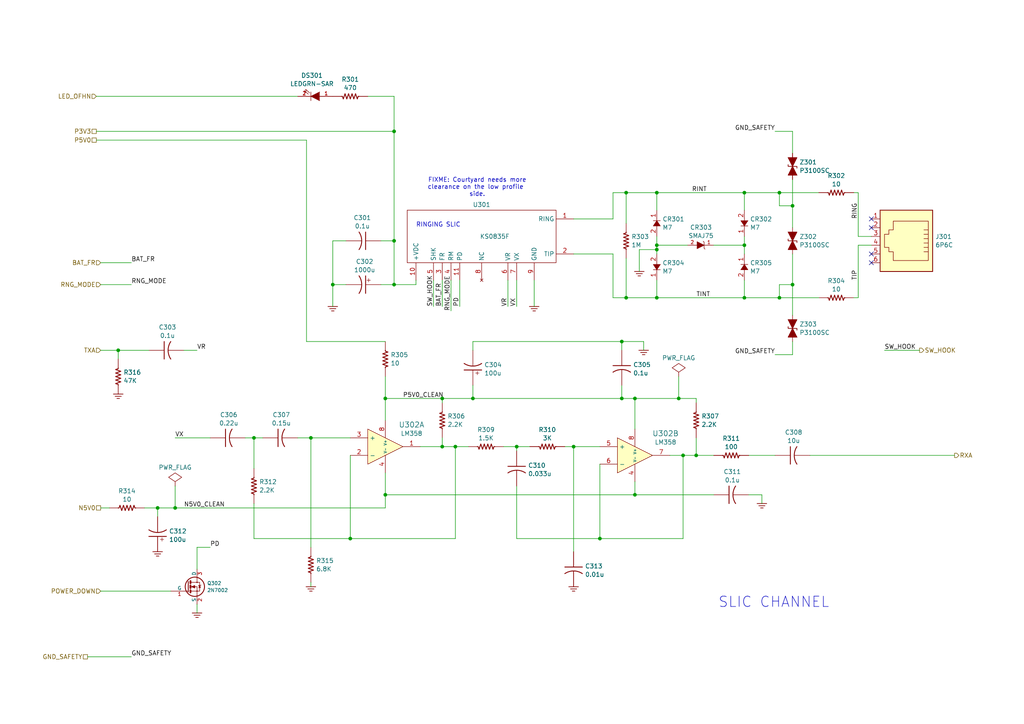
<source format=kicad_sch>
(kicad_sch (version 20231120) (generator "eeschema") (generator_version "8.0")
  (paper "A4")
  (title_block (title "Dual SLIC interface") (date "2024-04-25") (rev "A"))
  (lib_symbols
    (symbol "Connector:6P6C" (pin_names (offset 1.016))
      (property "Reference" "J" (at -5.08 11.43 0))
      (property "Value" "6P6C" (at 2.54 11.43 0))
      (symbol "6P6C_0_1"
        (polyline (pts (xy -6.35 -1.905) (xy -5.08 -1.905) (xy -5.08 -1.905)))
        (polyline (pts (xy -6.35 -0.635) (xy -5.08 -0.635) (xy -5.08 -0.635)))
        (polyline (pts (xy -6.35 0.635) (xy -5.08 0.635) (xy -5.08 0.635)))
        (polyline (pts (xy -6.35 1.905) (xy -5.08 1.905) (xy -5.08 1.905)))
        (polyline (pts (xy -6.35 3.175) (xy -5.08 3.175) (xy -5.08 3.175)))
        (polyline (pts (xy -5.08 4.445) (xy -6.35 4.445) (xy -6.35 4.445)))
        (polyline (pts (xy -6.35 -4.445) (xy -6.35 6.985) (xy 3.81 6.985) (xy 3.81 4.445) (xy 5.08 4.445) (xy 5.08 3.175) (xy 6.35 3.175) (xy 6.35 -0.635) (xy 5.08 -0.635) (xy 5.08 -1.905) (xy 3.81 -1.905) (xy 3.81 -4.445) (xy -6.35 -4.445) (xy -6.35 -4.445)))
        (rectangle (start 7.62 10.16) (end -7.62 -7.62) (stroke (width 0.254)) (fill (type background)))
      )
      (symbol "6P6C_1_1"
        (pin passive line (at 10.16 -5.08 180) (length 2.54) (name "~") (number "1"))
        (pin passive line (at 10.16 -2.54 180) (length 2.54) (name "~") (number "2"))
        (pin passive line (at 10.16 0 180) (length 2.54) (name "~") (number "3"))
        (pin passive line (at 10.16 2.54 180) (length 2.54) (name "~") (number "4"))
        (pin passive line (at 10.16 5.08 180) (length 2.54) (name "~") (number "5"))
        (pin passive line (at 10.16 7.62 180) (length 2.54) (name "~") (number "6"))
      )
    )
    (symbol "custom:2N7002" (pin_names (offset 0))
      (property "Reference" "Q" (at 0 -3.7846 0))
      (property "Value" "2N7002" (at 0 3.81 0))
      (symbol "2N7002_0_1"
        (polyline (pts (xy 0.635 -1.016) (xy 0.635 -1.651)) (stroke (width 0.508)))
        (polyline (pts (xy 0.635 0.381) (xy 0.635 -0.381)) (stroke (width 0.508)))
        (polyline (pts (xy 0.635 1.651) (xy 0.635 1.016)) (stroke (width 0.508)))
        (polyline (pts (xy 3.048 0.381) (xy 2.921 0.254)))
        (polyline (pts (xy 3.048 0.381) (xy 3.556 0.381)))
        (polyline (pts (xy 3.556 0.381) (xy 3.683 0.508)))
        (polyline (pts (xy 0 1.524) (xy 0 -1.524) (xy 0 -1.524)) (stroke (width 0.254)))
        (polyline (pts (xy 0.762 -1.27) (xy 2.54 -1.27) (xy 2.54 -2.54) (xy 2.54 -2.54)))
        (polyline (pts (xy 0.762 1.27) (xy 2.54 1.27) (xy 2.54 2.54) (xy 2.54 2.54)))
        (polyline (pts (xy 2.54 1.27) (xy 3.302 1.27) (xy 3.302 -1.27) (xy 2.54 -1.27)))
        (polyline (pts (xy 3.302 0.381) (xy 3.048 -0.254) (xy 3.556 -0.254) (xy 3.302 0.381)) (fill (type outline)))
        (polyline (pts (xy 0.762 0) (xy 1.27 0) (xy 2.54 0) (xy 2.54 -1.27) (xy 2.54 -1.27)))
        (polyline (pts (xy 0.889 0) (xy 1.905 0.381) (xy 1.905 -0.381) (xy 0.889 0) (xy 1.016 0) (xy 1.016 0)) (fill (type outline)))
        (circle (center 1.905 0) (radius 2.794) (stroke (width 0.254)))
        (circle (center 2.54 -1.27) (radius 0.127))
        (circle (center 2.54 1.27) (radius 0.127))
      )
      (symbol "2N7002_1_1"
        (pin passive line (at -5.08 -1.27 0) (length 5.08) (name "G") (number "1"))
        (pin passive line (at 2.54 -5.08 90) (length 2.54) (name "S") (number "2"))
        (pin passive line (at 2.54 5.08 270) (length 2.54) (name "D") (number "3"))
      )
    )
    (symbol "custom:CP_US" (pin_numbers hide) (pin_names (offset 0.254) hide)
      (property "Reference" "C" (at 1.27 2.54 0))
      (property "Value" "CP_US" (at 1.27 -2.54 0))
      (symbol "CP_US_0_1"
        (polyline (pts (xy -1.778 1.524) (xy -0.762 1.524)) (stroke (width 0.127)))
        (polyline (pts (xy -1.27 1.016) (xy -1.27 2.032)) (stroke (width 0.127)))
        (polyline (pts (xy -2.54 0.635) (xy 2.54 0.635) (xy 2.54 0.635)) (stroke (width 0.254)))
        (arc (start 2.54 -1.27) (mid 0 -0.5009) (end -2.54 -1.27) (stroke (width 0.254)))
      )
      (symbol "CP_US_1_1"
        (pin passive line (at 0 5.08 270) (length 4.445) (name "~") (number "1"))
        (pin passive line (at 0 -5.08 90) (length 4.445) (name "~") (number "2"))
      )
    )
    (symbol "custom:C_US" (pin_numbers hide) (pin_names (offset 0.254) hide)
      (property "Reference" "C" (at 1.27 2.54 0))
      (property "Value" "C_US" (at 1.27 -2.54 0))
      (symbol "C_US_0_1"
        (polyline (pts (xy -2.54 0.635) (xy 2.54 0.635) (xy 2.54 0.635)) (stroke (width 0.254)))
        (arc (start 2.54 -1.27) (mid 0 -0.5009) (end -2.54 -1.27) (stroke (width 0.254)))
      )
      (symbol "C_US_1_1"
        (pin passive line (at 0 5.08 270) (length 4.445) (name "~") (number "1"))
        (pin passive line (at 0 -5.08 90) (length 4.445) (name "~") (number "2"))
      )
    )
    (symbol "custom:C_US_0603_100NF_HS_800063-104" (pin_numbers hide) (pin_names (offset 0.254) hide)
      (property "Reference" "C" (at 1.27 2.54 0))
      (property "Value" "C_US_0603_100NF_HS_800063-104" (at 1.27 -2.54 0))
      (symbol "C_US_0603_100NF_HS_800063-104_0_1"
        (polyline (pts (xy -2.54 0.635) (xy 2.54 0.635) (xy 2.54 0.635)) (stroke (width 0.254)))
        (arc (start 2.54 -1.27) (mid 0 -0.5009) (end -2.54 -1.27) (stroke (width 0.254)))
      )
      (symbol "C_US_0603_100NF_HS_800063-104_1_1"
        (pin passive line (at 0 5.08 270) (length 4.445) (name "~") (number "1"))
        (pin passive line (at 0 -5.08 90) (length 4.445) (name "~") (number "2"))
      )
    )
    (symbol "custom:DIODE" (pin_names (offset 0.254) hide)
      (property "Reference" "CR" (at -2.413 2.667 0))
      (property "Value" "DIODE" (at -3.81 -2.032 0))
      (symbol "DIODE_0_1"
        (polyline (pts (xy -0.762 -1.016) (xy -0.762 1.016)))
        (polyline (pts (xy 0.762 -1.016) (xy -0.762 0) (xy 0.762 1.016) (xy 0.762 -1.016)) (fill (type outline)))
      )
      (symbol "DIODE_1_1"
        (pin passive line (at -3.81 0 0) (length 3.048) (name "K") (number "1"))
        (pin passive line (at 3.81 0 180) (length 3.048) (name "A") (number "2"))
      )
    )
    (symbol "custom:DIODE_ZENER_A2_K1" (pin_names (offset 1.016) hide)
      (property "Reference" "CR" (at 0 2.54 0))
      (property "Value" "DIODE_ZENER_A2_K1" (at 0 -2.54 0))
      (symbol "DIODE_ZENER_A2_K1_0_1"
        (polyline (pts (xy -1.27 1.143) (xy -1.016 0.889) (xy -1.016 -0.889) (xy -0.762 -1.143)))
        (polyline (pts (xy 1.016 1.016) (xy -1.016 0) (xy 1.016 -1.016) (xy 1.016 1.016)) (fill (type outline)))
      )
      (symbol "DIODE_ZENER_A2_K1_1_1"
        (pin passive line (at -3.81 0 0) (length 2.794) (name "K") (number "1"))
        (pin passive line (at 3.81 0 180) (length 2.794) (name "A") (number "2"))
      )
    )
    (symbol "custom:GND" (power) (pin_names (offset 0))
      (symbol "GND_0_1"
        (polyline (pts (xy -1.397 0) (xy 1.397 0)) (stroke (width 0.2032)))
        (polyline (pts (xy -0.889 -0.635) (xy 0.889 -0.635)) (stroke (width 0.2032)))
        (polyline (pts (xy -0.381 -1.27) (xy 0.381 -1.27)) (stroke (width 0.2032)))
      )
      (symbol "GND_1_1"
        (pin power_in line (at 0 0 90) (length 0) hide (name "GND") (number "1"))
      )
    )
    (symbol "custom:KS0835F"
      (property "Reference" "U" (at 0 8.89 0))
      (symbol "KS0835F_0_1"
        (rectangle (start -25.4 7.62) (end 17.78 -7.62))
      )
      (symbol "KS0835F_1_1"
        (pin passive line (at 22.86 5.08 180) (length 5.08) (name "RING") (number "1"))
        (pin passive line (at -22.86 -12.7 90) (length 5.08) (name "+VDC") (number "10"))
        (pin output line (at -10.16 -12.7 90) (length 5.08) (name "PD") (number "11"))
        (pin passive line (at 22.86 -5.08 180) (length 5.08) (name "TIP") (number "2"))
        (pin input line (at -15.24 -12.7 90) (length 5.08) (name "FR") (number "3"))
        (pin input line (at -12.7 -12.7 90) (length 5.08) (name "RM") (number "4"))
        (pin output line (at -17.78 -12.7 90) (length 5.08) (name "SHK") (number "5"))
        (pin passive line (at 3.81 -12.7 90) (length 5.08) (name "VR") (number "6"))
        (pin passive line (at 6.35 -12.7 90) (length 5.08) (name "VX") (number "7"))
        (pin no_connect line (at -3.81 -12.7 90) (length 5.08) (name "NC") (number "8"))
        (pin passive line (at 11.43 -12.7 90) (length 5.08) (name "GND") (number "9"))
      )
    )
    (symbol "custom:LEDGRN-SAR" (pin_names (offset 1.016) hide)
      (property "Reference" "DS" (at 0 2.54 0))
      (property "Value" "LEDGRN-SAR" (at 0 -2.54 0))
      (symbol "LEDGRN-SAR_0_1"
        (polyline (pts (xy 1.27 1.27) (xy 1.27 -1.27)))
        (polyline (pts (xy -1.27 1.27) (xy 1.27 0) (xy -1.27 -1.27)) (fill (type outline)))
        (polyline (pts (xy 1.651 -1.016) (xy 2.794 -2.032) (xy 2.667 -1.397)))
        (polyline (pts (xy 2.032 -0.635) (xy 3.175 -1.651) (xy 3.048 -1.016)))
      )
      (symbol "LEDGRN-SAR_1_1"
        (pin passive line (at -5.08 0 0) (length 3.81) (name "A") (number "1"))
        (pin passive line (at 5.08 0 180) (length 3.81) (name "K") (number "2"))
      )
    )
    (symbol "custom:LM358"
      (property "Reference" "U" (at 2.54 3.81 0))
      (property "Value" "LM358" (at 5.08 -3.81 0))
      (symbol "LM358_0_1"
        (polyline (pts (xy -5.08 5.08) (xy 5.08 0) (xy -5.08 -5.08) (xy -5.08 5.08)) (stroke (width 0.1524)) (fill (type background)))
        (pin power_in line (at 0 -7.62 90) (length 5.08) (name "V-") (number "4"))
        (pin power_in line (at 0 7.62 270) (length 5.08) (name "V+") (number "8"))
      )
      (symbol "LM358_1_1"
        (pin output line (at 10.16 0 180) (length 5.08) (name "~") (number "1"))
        (pin input line (at -10.16 -2.54 0) (length 5.08) (name "-") (number "2"))
        (pin input line (at -10.16 2.54 0) (length 5.08) (name "+") (number "3"))
      )
      (symbol "LM358_2_1"
        (pin input line (at -10.16 2.54 0) (length 5.08) (name "+") (number "5"))
        (pin input line (at -10.16 -2.54 0) (length 5.08) (name "-") (number "6"))
        (pin output line (at 10.16 0 180) (length 5.08) (name "~") (number "7"))
      )
    )
    (symbol "custom:PWR_FLAG" (power) (pin_numbers hide) (pin_names (offset 0) hide)
      (property "Value" "PWR_FLAG" (at 0 4.572 0))
      (symbol "PWR_FLAG_0_0"
        (pin power_out line (at 0 0 90) (length 0) (name "pwr") (number "1"))
      )
      (symbol "PWR_FLAG_0_1"
        (polyline (pts (xy 0 0) (xy 0 1.27) (xy -1.905 2.54) (xy 0 3.81) (xy 1.905 2.54) (xy 0 1.27)))
      )
    )
    (symbol "custom:R_US" (pin_numbers hide) (pin_names (offset 1.016) hide)
      (property "Reference" "R" (at 2.032 0 90))
      (property "Value" "R_US" (at -2.032 0 90))
      (symbol "R_US_0_0"
        (polyline (pts (xy 0 -2.54) (xy 0 -2.54) (xy 0 -2.286) (xy -0.762 -2.032) (xy 0.762 -1.524) (xy -0.762 -1.016) (xy 0.762 -0.508) (xy -0.762 0) (xy 0.762 0.508) (xy -0.762 1.016) (xy 0.762 1.524) (xy -0.762 2.032) (xy 0 2.286) (xy 0 2.54) (xy 0 2.54)) (stroke (width 0.254)))
      )
      (symbol "R_US_1_1"
        (pin passive line (at 0 5.08 270) (length 2.54) (name "~") (number "1"))
        (pin passive line (at 0 -5.08 90) (length 2.54) (name "~") (number "2"))
      )
    )
    (symbol "custom:SMBJ64CA" (pin_numbers hide) (pin_names (offset 1.016) hide)
      (property "Reference" "D" (at 0 2.54 0))
      (property "Value" "SMBJ64CA" (at 0 -2.54 0))
      (symbol "SMBJ64CA_0_1"
        (polyline (pts (xy 1.27 0) (xy -1.27 0)))
        (polyline (pts (xy -2.54 -1.27) (xy 0 0) (xy -2.54 1.27) (xy -2.54 -1.27)) (stroke (width 0.2032)) (fill (type outline)))
        (polyline (pts (xy 0.508 1.27) (xy 0 1.27) (xy 0 -1.27) (xy -0.508 -1.27)) (stroke (width 0.2032)))
        (polyline (pts (xy 2.54 1.27) (xy 2.54 -1.27) (xy 0 0) (xy 2.54 1.27)) (stroke (width 0.2032)) (fill (type outline)))
      )
      (symbol "SMBJ64CA_1_1"
        (pin passive line (at -3.81 0 0) (length 2.54) (name "A1") (number "1"))
        (pin passive line (at 3.81 0 180) (length 2.54) (name "A2") (number "2"))
      )
    )
  )
  (junction (at 111.76 115.57))
  (junction (at 173.99 156.21))
  (junction (at 215.9 55.88))
  (junction (at 128.27 115.57))
  (junction (at 226.06 86.36))
  (junction (at 34.29 101.6))
  (junction (at 180.34 115.57))
  (junction (at 181.61 55.88))
  (junction (at 50.8 147.32))
  (junction (at 137.16 115.57))
  (junction (at 190.5 86.36))
  (junction (at 184.15 115.57))
  (junction (at 215.9 71.12))
  (junction (at 215.9 86.36))
  (junction (at 190.5 72.39))
  (junction (at 45.72 147.32))
  (junction (at 73.66 127))
  (junction (at 96.52 82.55))
  (junction (at 101.6 156.21))
  (junction (at 114.3 82.55))
  (junction (at 184.15 143.51))
  (junction (at 201.93 132.08))
  (junction (at 196.85 115.57))
  (junction (at 90.17 127))
  (junction (at 132.08 129.54))
  (junction (at 229.87 82.55))
  (junction (at 166.37 129.54))
  (junction (at 128.27 129.54))
  (junction (at 114.3 69.85))
  (junction (at 226.06 55.88))
  (junction (at 190.5 71.12))
  (junction (at 114.3 38.1))
  (junction (at 198.12 132.08))
  (junction (at 181.61 86.36))
  (junction (at 180.34 99.06))
  (junction (at 190.5 55.88))
  (junction (at 149.86 129.54))
  (junction (at 229.87 59.69))
  (junction (at 111.76 143.51))
  (no_connect (at 252.73 66.04))
  (no_connect (at 252.73 76.2))
  (no_connect (at 252.73 63.5))
  (no_connect (at 252.73 73.66))
  (wire (pts (xy 229.87 52.07) (xy 229.87 59.69)))
  (wire (pts (xy 100.33 69.85) (xy 96.52 69.85)))
  (wire (pts (xy 29.21 171.45) (xy 49.53 171.45)))
  (wire (pts (xy 184.15 115.57) (xy 180.34 115.57)))
  (wire (pts (xy 137.16 99.06) (xy 180.34 99.06)))
  (wire (pts (xy 215.9 55.88) (xy 215.9 60.96)))
  (wire (pts (xy 25.4 190.5) (xy 38.1 190.5)))
  (wire (pts (xy 215.9 71.12) (xy 215.9 73.66)))
  (wire (pts (xy 186.69 99.06) (xy 180.34 99.06)))
  (wire (pts (xy 45.72 147.32) (xy 50.8 147.32)))
  (wire (pts (xy 190.5 72.39) (xy 185.42 72.39)))
  (wire (pts (xy 111.76 115.57) (xy 111.76 121.92)))
  (wire (pts (xy 53.34 101.6) (xy 57.15 101.6)))
  (wire (pts (xy 201.93 127) (xy 201.93 132.08)))
  (wire (pts (xy 184.15 115.57) (xy 196.85 115.57)))
  (wire (pts (xy 114.3 82.55) (xy 120.65 82.55)))
  (wire (pts (xy 186.69 101.6) (xy 186.69 99.06)))
  (wire (pts (xy 215.9 86.36) (xy 226.06 86.36)))
  (wire (pts (xy 166.37 129.54) (xy 166.37 160.02)))
  (wire (pts (xy 154.94 81.28) (xy 154.94 88.9)))
  (wire (pts (xy 73.66 156.21) (xy 101.6 156.21)))
  (wire (pts (xy 34.29 101.6) (xy 43.18 101.6)))
  (wire (pts (xy 226.06 82.55) (xy 226.06 86.36)))
  (wire (pts (xy 190.5 55.88) (xy 190.5 60.96)))
  (wire (pts (xy 130.81 81.28) (xy 130.81 90.17)))
  (wire (pts (xy 86.36 127) (xy 90.17 127)))
  (wire (pts (xy 147.32 81.28) (xy 147.32 88.9)))
  (wire (pts (xy 110.49 69.85) (xy 114.3 69.85)))
  (wire (pts (xy 220.98 143.51) (xy 220.98 146.05)))
  (wire (pts (xy 34.29 101.6) (xy 34.29 104.14)))
  (wire (pts (xy 248.92 55.88) (xy 248.92 68.58)))
  (wire (pts (xy 73.66 127) (xy 73.66 135.89)))
  (wire (pts (xy 57.15 158.75) (xy 60.96 158.75)))
  (wire (pts (xy 247.65 86.36) (xy 248.92 86.36)))
  (wire (pts (xy 29.21 82.55) (xy 38.1 82.55)))
  (wire (pts (xy 256.54 101.6) (xy 266.7 101.6)))
  (wire (pts (xy 217.17 143.51) (xy 220.98 143.51)))
  (wire (pts (xy 50.8 140.97) (xy 50.8 147.32)))
  (wire (pts (xy 180.34 111.76) (xy 180.34 115.57)))
  (wire (pts (xy 184.15 143.51) (xy 111.76 143.51)))
  (wire (pts (xy 137.16 101.6) (xy 137.16 99.06)))
  (wire (pts (xy 149.86 156.21) (xy 173.99 156.21)))
  (wire (pts (xy 137.16 111.76) (xy 137.16 115.57)))
  (wire (pts (xy 190.5 81.28) (xy 190.5 86.36)))
  (wire (pts (xy 177.8 63.5) (xy 177.8 55.88)))
  (wire (pts (xy 133.35 81.28) (xy 133.35 88.9)))
  (wire (pts (xy 229.87 44.45) (xy 229.87 38.1)))
  (wire (pts (xy 226.06 55.88) (xy 237.49 55.88)))
  (wire (pts (xy 111.76 109.22) (xy 111.76 115.57)))
  (wire (pts (xy 184.15 139.7) (xy 184.15 143.51)))
  (wire (pts (xy 128.27 115.57) (xy 128.27 116.84)))
  (wire (pts (xy 90.17 127) (xy 90.17 158.75)))
  (wire (pts (xy 224.79 102.87) (xy 229.87 102.87)))
  (wire (pts (xy 114.3 27.94) (xy 114.3 38.1)))
  (wire (pts (xy 114.3 69.85) (xy 114.3 38.1)))
  (wire (pts (xy 128.27 81.28) (xy 128.27 88.9)))
  (wire (pts (xy 196.85 115.57) (xy 201.93 115.57)))
  (wire (pts (xy 111.76 143.51) (xy 111.76 147.32)))
  (wire (pts (xy 166.37 73.66) (xy 177.8 73.66)))
  (wire (pts (xy 96.52 82.55) (xy 96.52 88.9)))
  (wire (pts (xy 229.87 82.55) (xy 226.06 82.55)))
  (wire (pts (xy 137.16 115.57) (xy 128.27 115.57)))
  (wire (pts (xy 229.87 99.06) (xy 229.87 102.87)))
  (wire (pts (xy 166.37 129.54) (xy 173.99 129.54)))
  (wire (pts (xy 163.83 129.54) (xy 166.37 129.54)))
  (wire (pts (xy 248.92 68.58) (xy 252.73 68.58)))
  (wire (pts (xy 177.8 73.66) (xy 177.8 86.36)))
  (wire (pts (xy 234.95 132.08) (xy 276.86 132.08)))
  (wire (pts (xy 120.65 82.55) (xy 120.65 81.28)))
  (wire (pts (xy 190.5 55.88) (xy 215.9 55.88)))
  (wire (pts (xy 190.5 72.39) (xy 190.5 73.66)))
  (wire (pts (xy 50.8 147.32) (xy 111.76 147.32)))
  (wire (pts (xy 215.9 68.58) (xy 215.9 71.12)))
  (wire (pts (xy 198.12 132.08) (xy 201.93 132.08)))
  (wire (pts (xy 185.42 72.39) (xy 185.42 78.74)))
  (wire (pts (xy 181.61 74.93) (xy 181.61 86.36)))
  (wire (pts (xy 180.34 99.06) (xy 180.34 101.6)))
  (wire (pts (xy 71.12 127) (xy 73.66 127)))
  (wire (pts (xy 226.06 59.69) (xy 226.06 55.88)))
  (wire (pts (xy 128.27 115.57) (xy 111.76 115.57)))
  (wire (pts (xy 215.9 55.88) (xy 226.06 55.88)))
  (wire (pts (xy 194.31 132.08) (xy 198.12 132.08)))
  (wire (pts (xy 29.21 147.32) (xy 31.75 147.32)))
  (wire (pts (xy 215.9 81.28) (xy 215.9 86.36)))
  (wire (pts (xy 106.68 27.94) (xy 114.3 27.94)))
  (wire (pts (xy 173.99 156.21) (xy 198.12 156.21)))
  (wire (pts (xy 229.87 59.69) (xy 226.06 59.69)))
  (wire (pts (xy 100.33 82.55) (xy 96.52 82.55)))
  (wire (pts (xy 125.73 81.28) (xy 125.73 88.9)))
  (wire (pts (xy 88.9 99.06) (xy 111.76 99.06)))
  (wire (pts (xy 73.66 146.05) (xy 73.66 156.21)))
  (wire (pts (xy 166.37 63.5) (xy 177.8 63.5)))
  (wire (pts (xy 190.5 71.12) (xy 190.5 72.39)))
  (wire (pts (xy 111.76 143.51) (xy 111.76 137.16)))
  (wire (pts (xy 177.8 55.88) (xy 181.61 55.88)))
  (wire (pts (xy 248.92 71.12) (xy 248.92 86.36)))
  (wire (pts (xy 229.87 59.69) (xy 229.87 66.04)))
  (wire (pts (xy 90.17 170.18) (xy 90.17 168.91)))
  (wire (pts (xy 29.21 101.6) (xy 34.29 101.6)))
  (wire (pts (xy 196.85 109.22) (xy 196.85 115.57)))
  (wire (pts (xy 180.34 115.57) (xy 137.16 115.57)))
  (wire (pts (xy 27.94 40.64) (xy 88.9 40.64)))
  (wire (pts (xy 181.61 86.36) (xy 190.5 86.36)))
  (wire (pts (xy 149.86 81.28) (xy 149.86 88.9)))
  (wire (pts (xy 57.15 175.26) (xy 57.15 177.8)))
  (wire (pts (xy 149.86 129.54) (xy 149.86 130.81)))
  (wire (pts (xy 181.61 55.88) (xy 190.5 55.88)))
  (wire (pts (xy 45.72 147.32) (xy 45.72 149.86)))
  (wire (pts (xy 114.3 82.55) (xy 114.3 69.85)))
  (wire (pts (xy 128.27 127) (xy 128.27 129.54)))
  (wire (pts (xy 201.93 115.57) (xy 201.93 116.84)))
  (wire (pts (xy 27.94 38.1) (xy 114.3 38.1)))
  (wire (pts (xy 184.15 124.46) (xy 184.15 115.57)))
  (wire (pts (xy 173.99 134.62) (xy 173.99 156.21)))
  (wire (pts (xy 198.12 132.08) (xy 198.12 156.21)))
  (wire (pts (xy 146.05 129.54) (xy 149.86 129.54)))
  (wire (pts (xy 181.61 55.88) (xy 181.61 64.77)))
  (wire (pts (xy 96.52 69.85) (xy 96.52 82.55)))
  (wire (pts (xy 247.65 55.88) (xy 248.92 55.88)))
  (wire (pts (xy 217.17 132.08) (xy 224.79 132.08)))
  (wire (pts (xy 149.86 129.54) (xy 153.67 129.54)))
  (wire (pts (xy 229.87 82.55) (xy 229.87 91.44)))
  (wire (pts (xy 226.06 86.36) (xy 237.49 86.36)))
  (wire (pts (xy 41.91 147.32) (xy 45.72 147.32)))
  (wire (pts (xy 27.94 27.94) (xy 86.36 27.94)))
  (wire (pts (xy 190.5 71.12) (xy 199.39 71.12)))
  (wire (pts (xy 73.66 127) (xy 76.2 127)))
  (wire (pts (xy 110.49 82.55) (xy 114.3 82.55)))
  (wire (pts (xy 121.92 129.54) (xy 128.27 129.54)))
  (wire (pts (xy 177.8 86.36) (xy 181.61 86.36)))
  (wire (pts (xy 190.5 68.58) (xy 190.5 71.12)))
  (wire (pts (xy 229.87 73.66) (xy 229.87 82.55)))
  (wire (pts (xy 90.17 127) (xy 101.6 127)))
  (wire (pts (xy 50.8 127) (xy 60.96 127)))
  (wire (pts (xy 88.9 99.06) (xy 88.9 40.64)))
  (wire (pts (xy 184.15 143.51) (xy 207.01 143.51)))
  (wire (pts (xy 132.08 129.54) (xy 132.08 156.21)))
  (wire (pts (xy 128.27 129.54) (xy 132.08 129.54)))
  (wire (pts (xy 201.93 132.08) (xy 207.01 132.08)))
  (wire (pts (xy 132.08 129.54) (xy 135.89 129.54)))
  (wire (pts (xy 224.79 38.1) (xy 229.87 38.1)))
  (wire (pts (xy 29.21 76.2) (xy 38.1 76.2)))
  (wire (pts (xy 207.01 71.12) (xy 215.9 71.12)))
  (wire (pts (xy 57.15 165.1) (xy 57.15 158.75)))
  (wire (pts (xy 248.92 71.12) (xy 252.73 71.12)))
  (wire (pts (xy 149.86 156.21) (xy 149.86 140.97)))
  (wire (pts (xy 101.6 132.08) (xy 101.6 156.21)))
  (wire (pts (xy 190.5 86.36) (xy 215.9 86.36)))
  (wire (pts (xy 101.6 156.21) (xy 132.08 156.21)))
  (text "SLIC CHANNEL" (at 208.28 176.53 0) (effects (font (size 3 3)) (justify left bottom)))
  (text "RINGING SLIC" (at 120.65 66.04 0) (effects (font (size 1.27 1.27)) (justify left bottom)))
  (text "FIXME: Courtyard needs more\nclearance on the low profile \nside." (at 138.43 54.356 0) (effects (font (size 1.27 1.27))))
  (label "GND_SAFETY" (at 38.1 190.5 0))
  (label "SW_HOOK" (at 256.54 101.6 0))
  (label "VX" (at 50.8 127 0))
  (label "N5V0_CLEAN" (at 53.34 147.32 0))
  (label "PD" (at 133.35 88.9 90))
  (label "PD" (at 60.96 158.75 0))
  (label "VR" (at 57.15 101.6 0))
  (label "GND_SAFETY" (at 224.79 102.87 180))
  (label "BAT_FR" (at 128.27 88.9 90))
  (label "TINT" (at 201.93 86.36 0))
  (label "SW_HOOK" (at 125.73 88.9 90))
  (label "GND_SAFETY" (at 224.79 38.1 180))
  (label "RNG_MODE" (at 130.81 90.17 90))
  (label "P5V0_CLEAN" (at 116.84 115.57 0))
  (label "RINT" (at 200.66 55.88 0))
  (label "RNG_MODE" (at 38.1 82.55 0))
  (label "VX" (at 149.86 88.9 90))
  (label "TIP" (at 248.92 81.28 90))
  (label "VR" (at 147.32 88.9 90))
  (label "BAT_FR" (at 38.1 76.2 0))
  (label "RING" (at 248.92 63.5 90))
  (hierarchical_label "SW_HOOK" (shape output) (at 266.7 101.6 0))
  (hierarchical_label "LED_OFHN" (shape input) (at 27.94 27.94 180))
  (hierarchical_label "BAT_FR" (shape input) (at 29.21 76.2 180))
  (hierarchical_label "RNG_MODE" (shape input) (at 29.21 82.55 180))
  (hierarchical_label "POWER_DOWN" (shape input) (at 29.21 171.45 180))
  (hierarchical_label "RXA" (shape output) (at 276.86 132.08 0))
  (hierarchical_label "TXA" (shape input) (at 29.21 101.6 180))
  (hierarchical_label "GND_SAFETY" (shape passive) (at 25.4 190.5 180))
  (hierarchical_label "P5V0" (shape passive) (at 27.94 40.64 180))
  (hierarchical_label "P3V3" (shape passive) (at 27.94 38.1 180))
  (hierarchical_label "N5V0" (shape passive) (at 29.21 147.32 180))
  (symbol (lib_id "custom:DIODE_ZENER_A2_K1") (at 203.2 71.12 180) (unit 1)
    (property "Reference" "CR303" (at 203.327 65.9597 0))
    (property "Value" "SMAJ75" (at 203.327 68.3839 0))
    (property "Footprint" "Diode_SMD:D_SMA" (effects (hide yes)))
    (property "PartNumber" "800419-750" (effects (hide yes)))
    (instances (project "dual-slic-interface" (path "" (reference "CR303") (unit 1)) (path "" (reference "CR503") (unit 1))))
  )
  (symbol (lib_id "custom:C_US") (at 229.87 132.08 90) (unit 1)
    (property "Reference" "C308" (at 230.1875 125.3957 90))
    (property "Value" "10u" (at 230.1875 127.8199 90))
    (property "Footprint" "Capacitor_SMD:C_0805_2012Metric" (effects (hide yes)))
    (property "PartNumber" "800003-106" (effects (hide yes)))
    (instances (project "dual-slic-interface" (path "" (reference "C308") (unit 1)) (path "" (reference "C508") (unit 1))))
  )
  (symbol (lib_id "custom:SMBJ64CA") (at 229.87 48.26 90) (unit 1)
    (property "Reference" "Z301" (at 231.8766 47.0479 90) (effects (justify right)))
    (property "Value" "P3100SC" (at 231.8766 49.4721 90) (effects (justify right)))
    (property "Footprint" "Diode_SMD:D_SMB" (effects (hide yes)))
    (property "PartNumber" "800424-350" (effects (hide yes)))
    (instances (project "dual-slic-interface" (path "" (reference "Z301") (unit 1)) (path "" (reference "Z501") (unit 1))))
  )
  (symbol (lib_id "custom:C_US_0603_100NF_HS_800063-104") (at 48.26 101.6 90) (unit 1)
    (property "Reference" "C303" (at 48.5775 94.9157 90))
    (property "Value" "0.1u" (at 48.5775 97.3399 90))
    (property "Footprint" "Capacitor_SMD:C_0603_1608Metric" (effects (hide yes)))
    (property "PartNumber" "800063-104" (effects (hide yes)))
    (instances (project "dual-slic-interface" (path "" (reference "C303") (unit 1)) (path "" (reference "C503") (unit 1))))
  )
  (symbol (lib_id "custom:C_US") (at 66.04 127 90) (unit 1)
    (property "Reference" "C306" (at 66.3575 120.3157 90))
    (property "Value" "0.22u" (at 66.3575 122.7399 90))
    (property "Footprint" "Capacitor_SMD:C_0805_2012Metric" (effects (hide yes)))
    (property "PartNumber" "800423-224" (effects (hide yes)))
    (instances (project "dual-slic-interface" (path "" (reference "C306") (unit 1)) (path "" (reference "C506") (unit 1))))
  )
  (symbol (lib_id "custom:C_US") (at 166.37 165.1 0) (unit 1)
    (property "Reference" "C313" (at 169.672 164.2054 0) (effects (justify left)))
    (property "Value" "0.01u" (at 169.672 166.6296 0) (effects (justify left)))
    (property "Footprint" "Capacitor_SMD:C_0603_1608Metric" (effects (hide yes)))
    (property "PartNumber" "800002-103" (effects (hide yes)))
    (instances (project "dual-slic-interface" (path "" (reference "C313") (unit 1)) (path "" (reference "C513") (unit 1))))
  )
  (symbol (lib_id "custom:R_US") (at 73.66 140.97 0) (unit 1)
    (property "Reference" "R312" (at 75.184 139.7579 0) (effects (justify left)))
    (property "Value" "2.2K" (at 75.184 142.1821 0) (effects (justify left)))
    (property "Footprint" "Resistor_SMD:R_0603_1608Metric" (effects (hide yes)))
    (property "PartNumber" "800022-220" (effects (hide yes)))
    (instances (project "dual-slic-interface" (path "" (reference "R312") (unit 1)) (path "" (reference "R512") (unit 1))))
  )
  (symbol (lib_id "Connector:6P6C") (at 262.89 68.58 180) (unit 1)
    (property "Reference" "J301" (at 271.272 68.6378 0) (effects (justify right)))
    (property "Value" "6P6C" (at 271.272 71.0621 0) (effects (justify right)))
    (property "Footprint" "mods:CONN_4P4C_CONNFLY" (effects (hide yes)))
    (property "Description" "RJ connector, 6P6C (6 positions 6 connected), RJ12/RJ18/RJ25" (effects (hide yes)))
    (property "PartNumber" "800417-104" (effects (hide yes)))
    (instances (project "dual-slic-interface" (path "" (reference "J301") (unit 1)) (path "" (reference "J501") (unit 1))))
  )
  (symbol (lib_id "custom:R_US") (at 242.57 86.36 90) (unit 1)
    (property "Reference" "R304" (at 242.57 81.4537 90))
    (property "Value" "10" (at 242.57 83.8779 90))
    (property "Footprint" "Resistor_SMD:R_1206_3216Metric" (effects (hide yes)))
    (property "PartNumber" "800057-100" (effects (hide yes)))
    (instances (project "dual-slic-interface" (path "" (reference "R304") (unit 1)) (path "" (reference "R504") (unit 1))))
  )
  (symbol (lib_id "custom:LM358") (at 184.15 132.08 0) (unit 2)
    (property "Reference" "U302" (at 193.04 125.73 0) (effects (font (size 1.524 1.524))))
    (property "Value" "LM358" (at 193.04 128.27 0))
    (property "Footprint" "mods:SOIC8N-SAR" (effects (hide yes)))
    (property "PartNumber" "800379-101" (effects (hide yes)))
    (instances (project "dual-slic-interface" (path "" (reference "U302") (unit 2)) (path "" (reference "U502") (unit 2))))
  )
  (symbol (lib_id "custom:CP_US") (at 105.41 82.55 270) (unit 1)
    (property "Reference" "C302" (at 105.7592 75.8657 90))
    (property "Value" "1000u" (at 105.7592 78.2899 90))
    (property "Footprint" "Capacitor_SMD:CP_Elec_8x10.5" (effects (hide yes)))
    (property "PartNumber" "800439-108" (effects (hide yes)))
    (instances (project "dual-slic-interface" (path "" (reference "C302") (unit 1)) (path "" (reference "C502") (unit 1))))
  )
  (symbol (lib_id "custom:GND") (at 166.37 170.18 0) (unit 1)
    (property "Reference" "#PWR0309" (effects (hide yes)))
    (property "Value" "GND" (effects (hide yes)))
    (instances (project "dual-slic-interface" (path "" (reference "#PWR0309") (unit 1)) (path "" (reference "#PWR0509") (unit 1))))
  )
  (symbol (lib_id "custom:R_US") (at 36.83 147.32 270) (unit 1)
    (property "Reference" "R314" (at 36.83 142.4137 90))
    (property "Value" "10" (at 36.83 144.8379 90))
    (property "Footprint" "Resistor_SMD:R_1206_3216Metric" (effects (hide yes)))
    (property "PartNumber" "800057-100" (effects (hide yes)))
    (instances (project "dual-slic-interface" (path "" (reference "R314") (unit 1)) (path "" (reference "R514") (unit 1))))
  )
  (symbol (lib_id "custom:LEDGRN-SAR") (at 91.44 27.94 180) (unit 1)
    (property "Reference" "DS301" (at 90.4875 21.8907 0))
    (property "Value" "LEDGRN-SAR" (at 90.4875 24.3149 0))
    (property "Footprint" "mods:LED0805" (effects (hide yes)))
    (property "PartNumber" "800113-102" (effects (hide yes)))
    (instances (project "dual-slic-interface" (path "" (reference "DS301") (unit 1)) (path "" (reference "DS501") (unit 1))))
  )
  (symbol (lib_id "custom:R_US") (at 128.27 121.92 0) (unit 1)
    (property "Reference" "R306" (at 129.794 120.7079 0) (effects (justify left)))
    (property "Value" "2.2K" (at 129.794 123.1321 0) (effects (justify left)))
    (property "Footprint" "Resistor_SMD:R_0603_1608Metric" (effects (hide yes)))
    (property "PartNumber" "800022-220" (effects (hide yes)))
    (instances (project "dual-slic-interface" (path "" (reference "R306") (unit 1)) (path "" (reference "R506") (unit 1))))
  )
  (symbol (lib_id "custom:GND") (at 154.94 88.9 0) (unit 1)
    (property "Reference" "#PWR0302" (effects (hide yes)))
    (property "Value" "GND" (effects (hide yes)))
    (instances (project "dual-slic-interface" (path "" (reference "#PWR0302") (unit 1)) (path "" (reference "#PWR0502") (unit 1))))
  )
  (symbol (lib_id "custom:R_US") (at 111.76 104.14 180) (unit 1)
    (property "Reference" "R305" (at 113.284 102.9279 0) (effects (justify right)))
    (property "Value" "10" (at 113.284 105.3521 0) (effects (justify right)))
    (property "Footprint" "Resistor_SMD:R_1206_3216Metric" (effects (hide yes)))
    (property "PartNumber" "800057-100" (effects (hide yes)))
    (instances (project "dual-slic-interface" (path "" (reference "R305") (unit 1)) (path "" (reference "R505") (unit 1))))
  )
  (symbol (lib_id "custom:DIODE") (at 190.5 77.47 90) (unit 1)
    (property "Reference" "CR304" (at 192.151 76.2579 90) (effects (justify right)))
    (property "Value" "M7" (at 192.151 78.6821 90) (effects (justify right)))
    (property "Footprint" "Diode_SMD:D_SMA" (effects (hide yes)))
    (property "PartNumber" "800350-101" (effects (hide yes)))
    (instances (project "dual-slic-interface" (path "" (reference "CR304") (unit 1)) (path "" (reference "CR504") (unit 1))))
  )
  (symbol (lib_id "custom:GND") (at 185.42 78.74 0) (unit 1)
    (property "Reference" "#PWR0311" (effects (hide yes)))
    (property "Value" "GND" (effects (hide yes)))
    (instances (project "dual-slic-interface" (path "" (reference "#PWR0311") (unit 1)) (path "" (reference "#PWR0511") (unit 1))))
  )
  (symbol (lib_id "custom:KS0835F") (at 143.51 68.58 0) (unit 1)
    (property "Reference" "U301" (at 139.7 59.3669 0))
    (property "Value" "KS0835F" (at 143.51 68.58 0))
    (property "Footprint" "mods:SLIC_MODULE_KS0835" (effects (hide yes)))
    (property "PartNumber" "800418-101" (effects (hide yes)))
    (instances (project "dual-slic-interface" (path "" (reference "U301") (unit 1)) (path "" (reference "U501") (unit 1))))
  )
  (symbol (lib_id "custom:SMBJ64CA") (at 229.87 69.85 90) (unit 1)
    (property "Reference" "Z302" (at 231.8766 68.6379 90) (effects (justify right)))
    (property "Value" "P3100SC" (at 231.8766 71.0621 90) (effects (justify right)))
    (property "Footprint" "Diode_SMD:D_SMB" (effects (hide yes)))
    (property "PartNumber" "800424-350" (effects (hide yes)))
    (instances (project "dual-slic-interface" (path "" (reference "Z302") (unit 1)) (path "" (reference "Z502") (unit 1))))
  )
  (symbol (lib_id "custom:R_US") (at 181.61 69.85 0) (unit 1)
    (property "Reference" "R303" (at 183.134 68.6379 0) (effects (justify left)))
    (property "Value" "1M" (at 183.134 71.0621 0) (effects (justify left)))
    (property "Footprint" "Resistor_SMD:R_1206_3216Metric" (effects (hide yes)))
    (property "PartNumber" "800057-105" (effects (hide yes)))
    (instances (project "dual-slic-interface" (path "" (reference "R303") (unit 1)) (path "" (reference "R503") (unit 1))))
  )
  (symbol (lib_id "custom:C_US_0603_100NF_HS_800063-104") (at 212.09 143.51 90) (unit 1)
    (property "Reference" "C311" (at 212.4075 136.8257 90))
    (property "Value" "0.1u" (at 212.4075 139.2499 90))
    (property "Footprint" "Capacitor_SMD:C_0603_1608Metric" (effects (hide yes)))
    (property "PartNumber" "800063-104" (effects (hide yes)))
    (instances (project "dual-slic-interface" (path "" (reference "C311") (unit 1)) (path "" (reference "C511") (unit 1))))
  )
  (symbol (lib_id "custom:C_US") (at 149.86 135.89 0) (unit 1)
    (property "Reference" "C310" (at 153.162 134.9954 0) (effects (justify left)))
    (property "Value" "0.033u" (at 153.162 137.4196 0) (effects (justify left)))
    (property "Footprint" "Capacitor_SMD:C_0603_1608Metric" (effects (hide yes)))
    (property "PartNumber" "800422-333" (effects (hide yes)))
    (instances (project "dual-slic-interface" (path "" (reference "C310") (unit 1)) (path "" (reference "C510") (unit 1))))
  )
  (symbol (lib_id "custom:DIODE") (at 215.9 77.47 270) (unit 1)
    (property "Reference" "CR305" (at 217.551 76.2579 90) (effects (justify left)))
    (property "Value" "M7" (at 217.551 78.6821 90) (effects (justify left)))
    (property "Footprint" "Diode_SMD:D_SMA" (effects (hide yes)))
    (property "PartNumber" "800350-101" (effects (hide yes)))
    (instances (project "dual-slic-interface" (path "" (reference "CR305") (unit 1)) (path "" (reference "CR505") (unit 1))))
  )
  (symbol (lib_id "custom:GND") (at 57.15 177.8 0) (unit 1)
    (property "Reference" "#PWR0310" (effects (hide yes)))
    (property "Value" "GND" (effects (hide yes)))
    (instances (project "dual-slic-interface" (path "" (reference "#PWR0310") (unit 1)) (path "" (reference "#PWR0510") (unit 1))))
  )
  (symbol (lib_id "custom:GND") (at 96.52 88.9 0) (unit 1)
    (property "Reference" "#PWR0301" (effects (hide yes)))
    (property "Value" "GND" (effects (hide yes)))
    (instances (project "dual-slic-interface" (path "" (reference "#PWR0301") (unit 1)) (path "" (reference "#PWR0501") (unit 1))))
  )
  (symbol (lib_id "custom:R_US") (at 212.09 132.08 90) (unit 1)
    (property "Reference" "R311" (at 212.09 127.1737 90))
    (property "Value" "100" (at 212.09 129.5979 90))
    (property "Footprint" "Resistor_SMD:R_0603_1608Metric" (effects (hide yes)))
    (property "PartNumber" "800021-100" (effects (hide yes)))
    (instances (project "dual-slic-interface" (path "" (reference "R311") (unit 1)) (path "" (reference "R511") (unit 1))))
  )
  (symbol (lib_id "custom:CP_US") (at 137.16 106.68 180) (unit 1)
    (property "Reference" "C304" (at 140.462 105.8171 0) (effects (justify right)))
    (property "Value" "100u" (at 140.462 108.2413 0) (effects (justify right)))
    (property "Footprint" "Capacitor_SMD:CP_Elec_6.3x7.7" (effects (hide yes)))
    (property "PartNumber" "800421-107" (effects (hide yes)))
    (instances (project "dual-slic-interface" (path "" (reference "C304") (unit 1)) (path "" (reference "C504") (unit 1))))
  )
  (symbol (lib_id "custom:C_US") (at 81.28 127 90) (unit 1)
    (property "Reference" "C307" (at 81.5975 120.3157 90))
    (property "Value" "0.15u" (at 81.5975 122.7399 90))
    (property "Footprint" "Capacitor_SMD:C_0603_1608Metric" (effects (hide yes)))
    (property "PartNumber" "800422-154" (effects (hide yes)))
    (instances (project "dual-slic-interface" (path "" (reference "C307") (unit 1)) (path "" (reference "C507") (unit 1))))
  )
  (symbol (lib_id "custom:LM358") (at 111.76 129.54 0) (unit 1)
    (property "Reference" "U302" (at 119.38 123.19 0) (effects (font (size 1.524 1.524))))
    (property "Value" "LM358" (at 119.38 125.73 0))
    (property "Footprint" "mods:SOIC8N-SAR" (effects (hide yes)))
    (property "PartNumber" "800379-101" (effects (hide yes)))
    (instances (project "dual-slic-interface" (path "" (reference "U302") (unit 1)) (path "" (reference "U502") (unit 1))))
  )
  (symbol (lib_id "custom:GND") (at 90.17 170.18 0) (unit 1)
    (property "Reference" "#PWR0308" (effects (hide yes)))
    (property "Value" "GND" (effects (hide yes)))
    (instances (project "dual-slic-interface" (path "" (reference "#PWR0308") (unit 1)) (path "" (reference "#PWR0508") (unit 1))))
  )
  (symbol (lib_id "custom:C_US_0603_100NF_HS_800063-104") (at 105.41 69.85 270) (unit 1)
    (property "Reference" "C301" (at 105.0925 63.1657 90))
    (property "Value" "0.1u" (at 105.0925 65.5899 90))
    (property "Footprint" "Capacitor_SMD:C_0603_1608Metric" (effects (hide yes)))
    (property "PartNumber" "800063-104" (effects (hide yes)))
    (instances (project "dual-slic-interface" (path "" (reference "C301") (unit 1)) (path "" (reference "C501") (unit 1))))
  )
  (symbol (lib_id "custom:2N7002") (at 54.61 170.18 0) (unit 1)
    (property "Reference" "Q302" (at 60.071 169.1723 0) (effects (font (size 1.016 1.016)) (justify left)))
    (property "Value" "2N7002" (at 60.071 171.1877 0) (effects (font (size 1.016 1.016)) (justify left)))
    (property "Footprint" "Package_TO_SOT_SMD:SOT-23-3" (effects (hide yes)))
    (property "PartNumber" "800346-101" (effects (hide yes)))
    (instances (project "dual-slic-interface" (path "" (reference "Q302") (unit 1)) (path "" (reference "Q502") (unit 1))))
  )
  (symbol (lib_id "custom:R_US") (at 242.57 55.88 90) (unit 1)
    (property "Reference" "R302" (at 242.57 50.9737 90))
    (property "Value" "10" (at 242.57 53.3979 90))
    (property "Footprint" "Resistor_SMD:R_1206_3216Metric" (effects (hide yes)))
    (property "PartNumber" "800057-100" (effects (hide yes)))
    (instances (project "dual-slic-interface" (path "" (reference "R302") (unit 1)) (path "" (reference "R502") (unit 1))))
  )
  (symbol (lib_id "custom:GND") (at 186.69 101.6 0) (unit 1)
    (property "Reference" "#PWR0303" (effects (hide yes)))
    (property "Value" "GND" (effects (hide yes)))
    (instances (project "dual-slic-interface" (path "" (reference "#PWR0303") (unit 1)) (path "" (reference "#PWR0503") (unit 1))))
  )
  (symbol (lib_id "custom:R_US") (at 90.17 163.83 0) (unit 1)
    (property "Reference" "R315" (at 91.694 162.6179 0) (effects (justify left)))
    (property "Value" "6.8K" (at 91.694 165.0421 0) (effects (justify left)))
    (property "Footprint" "Resistor_SMD:R_0603_1608Metric" (effects (hide yes)))
    (property "PartNumber" "800022-680" (effects (hide yes)))
    (instances (project "dual-slic-interface" (path "" (reference "R315") (unit 1)) (path "" (reference "R515") (unit 1))))
  )
  (symbol (lib_id "custom:DIODE") (at 215.9 64.77 90) (unit 1)
    (property "Reference" "CR302" (at 217.551 63.5579 90) (effects (justify right)))
    (property "Value" "M7" (at 217.551 65.9821 90) (effects (justify right)))
    (property "Footprint" "Diode_SMD:D_SMA" (effects (hide yes)))
    (property "PartNumber" "800350-101" (effects (hide yes)))
    (instances (project "dual-slic-interface" (path "" (reference "CR302") (unit 1)) (path "" (reference "CR502") (unit 1))))
  )
  (symbol (lib_id "custom:GND") (at 220.98 146.05 0) (unit 1)
    (property "Reference" "#PWR0304" (effects (hide yes)))
    (property "Value" "GND" (effects (hide yes)))
    (instances (project "dual-slic-interface" (path "" (reference "#PWR0304") (unit 1)) (path "" (reference "#PWR0504") (unit 1))))
  )
  (symbol (lib_id "custom:C_US_0603_100NF_HS_800063-104") (at 180.34 106.68 0) (unit 1)
    (property "Reference" "C305" (at 183.642 105.7854 0) (effects (justify left)))
    (property "Value" "0.1u" (at 183.642 108.2096 0) (effects (justify left)))
    (property "Footprint" "Capacitor_SMD:C_0603_1608Metric" (effects (hide yes)))
    (property "PartNumber" "800063-104" (effects (hide yes)))
    (instances (project "dual-slic-interface" (path "" (reference "C305") (unit 1)) (path "" (reference "C505") (unit 1))))
  )
  (symbol (lib_id "custom:SMBJ64CA") (at 229.87 95.25 90) (unit 1)
    (property "Reference" "Z303" (at 231.8766 94.0379 90) (effects (justify right)))
    (property "Value" "P3100SC" (at 231.8766 96.4621 90) (effects (justify right)))
    (property "Footprint" "Diode_SMD:D_SMB" (effects (hide yes)))
    (property "PartNumber" "800424-350" (effects (hide yes)))
    (instances (project "dual-slic-interface" (path "" (reference "Z303") (unit 1)) (path "" (reference "Z503") (unit 1))))
  )
  (symbol (lib_id "custom:R_US") (at 140.97 129.54 90) (unit 1)
    (property "Reference" "R309" (at 140.97 124.6337 90))
    (property "Value" "1.5K" (at 140.97 127.0579 90))
    (property "Footprint" "Resistor_SMD:R_0603_1608Metric" (effects (hide yes)))
    (property "PartNumber" "800022-150" (effects (hide yes)))
    (instances (project "dual-slic-interface" (path "" (reference "R309") (unit 1)) (path "" (reference "R509") (unit 1))))
  )
  (symbol (lib_id "custom:R_US") (at 158.75 129.54 90) (unit 1)
    (property "Reference" "R310" (at 158.75 124.6337 90))
    (property "Value" "3K" (at 158.75 127.0579 90))
    (property "Footprint" "Resistor_SMD:R_0603_1608Metric" (effects (hide yes)))
    (property "PartNumber" "800022-300" (effects (hide yes)))
    (instances (project "dual-slic-interface" (path "" (reference "R310") (unit 1)) (path "" (reference "R510") (unit 1))))
  )
  (symbol (lib_id "custom:GND") (at 34.29 114.3 0) (unit 1)
    (property "Reference" "#PWR0312" (effects (hide yes)))
    (property "Value" "GND" (effects (hide yes)))
    (instances (project "dual-slic-interface" (path "" (reference "#PWR0312") (unit 1)) (path "" (reference "#PWR0512") (unit 1))))
  )
  (symbol (lib_id "custom:CP_US") (at 45.72 154.94 180) (unit 1)
    (property "Reference" "C312" (at 49.022 154.0771 0) (effects (justify right)))
    (property "Value" "100u" (at 49.022 156.5013 0) (effects (justify right)))
    (property "Footprint" "Capacitor_SMD:CP_Elec_6.3x7.7" (effects (hide yes)))
    (property "PartNumber" "800421-107" (effects (hide yes)))
    (instances (project "dual-slic-interface" (path "" (reference "C312") (unit 1)) (path "" (reference "C512") (unit 1))))
  )
  (symbol (lib_id "custom:R_US") (at 101.6 27.94 90) (unit 1)
    (property "Reference" "R301" (at 101.6 23.0337 90))
    (property "Value" "470" (at 101.6 25.4579 90))
    (property "Footprint" "Resistor_SMD:R_1206_3216Metric" (effects (hide yes)))
    (property "PartNumber" "800057-471" (effects (hide yes)))
    (instances (project "dual-slic-interface" (path "" (reference "R301") (unit 1)) (path "" (reference "R501") (unit 1))) (project "mpu" (path "" (reference "R201") (unit 1))) (project "ECP_Adapter" (path "" (reference "R201") (unit 1))))
  )
  (symbol (lib_id "custom:R_US") (at 34.29 109.22 0) (unit 1)
    (property "Reference" "R316" (at 35.814 108.0079 0) (effects (justify left)))
    (property "Value" "47K" (at 35.814 110.4321 0) (effects (justify left)))
    (property "Footprint" "Resistor_SMD:R_0603_1608Metric" (effects (hide yes)))
    (property "PartNumber" "800023-470" (effects (hide yes)))
    (instances (project "dual-slic-interface" (path "" (reference "R316") (unit 1)) (path "" (reference "R516") (unit 1))))
  )
  (symbol (lib_id "custom:GND") (at 45.72 160.02 0) (unit 1)
    (property "Reference" "#PWR0306" (effects (hide yes)))
    (property "Value" "GND" (effects (hide yes)))
    (instances (project "dual-slic-interface" (path "" (reference "#PWR0306") (unit 1)) (path "" (reference "#PWR0506") (unit 1))))
  )
  (symbol (lib_id "custom:PWR_FLAG") (at 196.85 109.22 0) (unit 1)
    (property "Reference" "#FLG0301" (effects (hide yes)))
    (property "Value" "PWR_FLAG" (at 196.85 103.8169 0))
    (instances (project "dual-slic-interface" (path "" (reference "#FLG0301") (unit 1)) (path "" (reference "#FLG0501") (unit 1))))
  )
  (symbol (lib_id "custom:PWR_FLAG") (at 50.8 140.97 0) (unit 1)
    (property "Reference" "#FLG0302" (effects (hide yes)))
    (property "Value" "PWR_FLAG" (at 50.8 135.5669 0))
    (instances (project "dual-slic-interface" (path "" (reference "#FLG0302") (unit 1)) (path "" (reference "#FLG0502") (unit 1))))
  )
  (symbol (lib_id "custom:DIODE") (at 190.5 64.77 270) (unit 1)
    (property "Reference" "CR301" (at 192.151 63.5579 90) (effects (justify left)))
    (property "Value" "M7" (at 192.151 65.9821 90) (effects (justify left)))
    (property "Footprint" "Diode_SMD:D_SMA" (effects (hide yes)))
    (property "PartNumber" "800350-101" (effects (hide yes)))
    (instances (project "dual-slic-interface" (path "" (reference "CR301") (unit 1)) (path "" (reference "CR501") (unit 1))))
  )
  (symbol (lib_id "custom:R_US") (at 201.93 121.92 0) (unit 1)
    (property "Reference" "R307" (at 203.454 120.7079 0) (effects (justify left)))
    (property "Value" "2.2K" (at 203.454 123.1321 0) (effects (justify left)))
    (property "Footprint" "Resistor_SMD:R_0603_1608Metric" (effects (hide yes)))
    (property "PartNumber" "800022-220" (effects (hide yes)))
    (instances (project "dual-slic-interface" (path "" (reference "R307") (unit 1)) (path "" (reference "R507") (unit 1))))
  )
)
</source>
